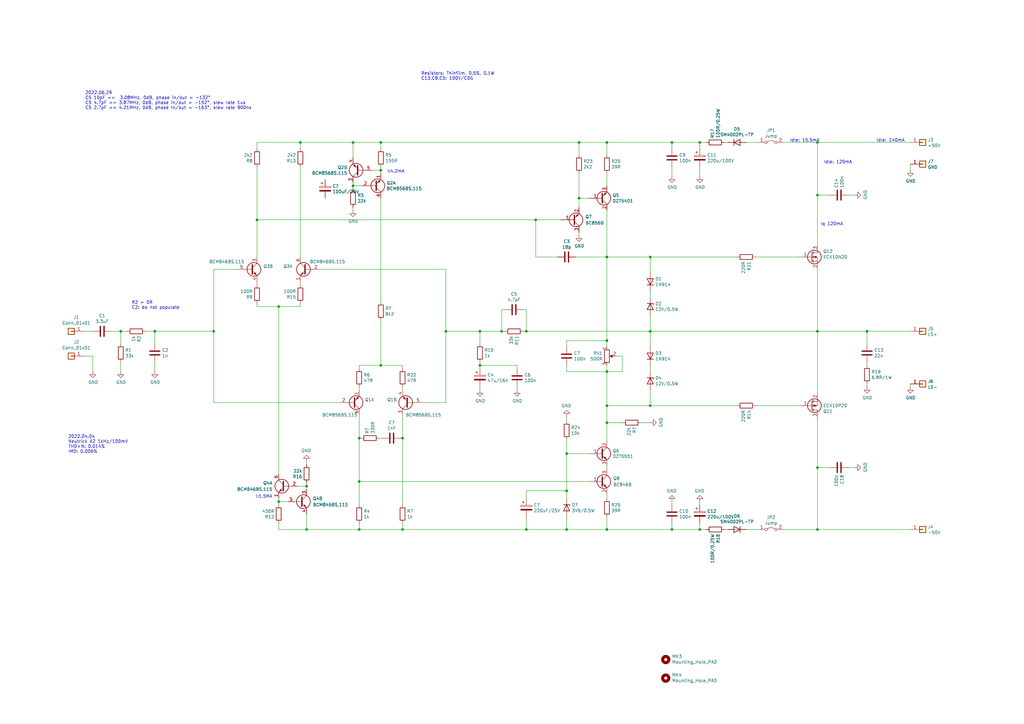
<source format=kicad_sch>
(kicad_sch (version 20211123) (generator eeschema)
  (paper "A3")
  (title_block (title "Lateral MOS FET 80W") (date "2022-07-17") (rev "V3-Cresendo"))
  (lib_symbols
    (symbol "Connector_Generic:Conn_01x01" (pin_names (offset 1.016) hide)
      (property "Reference" "J" (at 0 2.54 0))
      (property "Value" "Conn_01x01" (at 0 -2.54 0))
      (symbol "Conn_01x01_1_1"
        (rectangle (start -1.27 0.127) (end 0 -0.127) (stroke (width 0.1524)))
        (rectangle (start -1.27 1.27) (end 1.27 -1.27) (stroke (width 0.254)) (fill (type background)))
        (pin passive line (at -5.08 0 0) (length 3.81) (name "Pin_1") (number "1"))
      )
    )
    (symbol "Device:C" (pin_numbers hide) (pin_names (offset 0.254))
      (property "Reference" "C" (at 0.635 2.54 0))
      (property "Value" "C" (at 0.635 -2.54 0))
      (symbol "C_0_1"
        (polyline (pts (xy -2.032 -0.762) (xy 2.032 -0.762)) (stroke (width 0.508)))
        (polyline (pts (xy -2.032 0.762) (xy 2.032 0.762)) (stroke (width 0.508)))
      )
      (symbol "C_1_1"
        (pin passive line (at 0 3.81 270) (length 2.794) (name "~") (number "1"))
        (pin passive line (at 0 -3.81 90) (length 2.794) (name "~") (number "2"))
      )
    )
    (symbol "Device:CP" (pin_numbers hide) (pin_names (offset 0.254))
      (property "Reference" "C" (at 0.635 2.54 0))
      (property "Value" "Device_CP" (at 0.635 -2.54 0))
      (symbol "CP_0_1"
        (rectangle (start -2.286 0.508) (end 2.286 1.016))
        (polyline (pts (xy -1.778 2.286) (xy -0.762 2.286)))
        (polyline (pts (xy -1.27 2.794) (xy -1.27 1.778)))
        (rectangle (start 2.286 -0.508) (end -2.286 -1.016) (fill (type outline)))
      )
      (symbol "CP_1_1"
        (pin passive line (at 0 3.81 270) (length 2.794) (name "~") (number "1"))
        (pin passive line (at 0 -3.81 90) (length 2.794) (name "~") (number "2"))
      )
    )
    (symbol "Device:R" (pin_numbers hide) (pin_names (offset 0))
      (property "Reference" "R" (at 2.032 0 90))
      (property "Value" "R" (at 0 0 90))
      (symbol "R_0_1"
        (rectangle (start -1.016 -2.54) (end 1.016 2.54) (stroke (width 0.254)))
      )
      (symbol "R_1_1"
        (pin passive line (at 0 3.81 270) (length 1.27) (name "~") (number "1"))
        (pin passive line (at 0 -3.81 90) (length 1.27) (name "~") (number "2"))
      )
    )
    (symbol "Device:R_POT" (pin_names (offset 1.016) hide)
      (property "Reference" "RV" (at -4.445 0 90))
      (property "Value" "Device_R_POT" (at -2.54 0 90))
      (symbol "R_POT_0_1"
        (polyline (pts (xy 2.54 0) (xy 1.524 0)))
        (polyline (pts (xy 1.143 0) (xy 2.286 0.508) (xy 2.286 -0.508) (xy 1.143 0)) (fill (type outline)))
        (rectangle (start 1.016 2.54) (end -1.016 -2.54) (stroke (width 0.254)))
      )
      (symbol "R_POT_1_1"
        (pin passive line (at 0 3.81 270) (length 1.27) (name "1") (number "1"))
        (pin passive line (at 3.81 0 180) (length 1.27) (name "2") (number "2"))
        (pin passive line (at 0 -3.81 90) (length 1.27) (name "3") (number "3"))
      )
    )
    (symbol "Diode:1N4002" (pin_numbers hide) (pin_names (offset 1.016) hide)
      (property "Reference" "D" (at 0 2.54 0))
      (property "Value" "1N4002" (at 0 -2.54 0))
      (symbol "1N4002_0_1"
        (polyline (pts (xy -1.27 1.27) (xy -1.27 -1.27)) (stroke (width 0.254)))
        (polyline (pts (xy 1.27 0) (xy -1.27 0)))
        (polyline (pts (xy 1.27 1.27) (xy 1.27 -1.27) (xy -1.27 0) (xy 1.27 1.27)) (stroke (width 0.254)))
      )
      (symbol "1N4002_1_1"
        (pin passive line (at -3.81 0 0) (length 2.54) (name "K") (number "1"))
        (pin passive line (at 3.81 0 180) (length 2.54) (name "A") (number "2"))
      )
    )
    (symbol "Diode:1N4148" (pin_numbers hide) (pin_names (offset 1.016) hide)
      (property "Reference" "D" (at 0 2.54 0))
      (property "Value" "1N4148" (at 0 -2.54 0))
      (symbol "1N4148_0_1"
        (polyline (pts (xy -1.27 1.27) (xy -1.27 -1.27)) (stroke (width 0.254)))
        (polyline (pts (xy 1.27 0) (xy -1.27 0)))
        (polyline (pts (xy 1.27 1.27) (xy 1.27 -1.27) (xy -1.27 0) (xy 1.27 1.27)) (stroke (width 0.254)))
      )
      (symbol "1N4148_1_1"
        (pin passive line (at -3.81 0 0) (length 2.54) (name "K") (number "1"))
        (pin passive line (at 3.81 0 180) (length 2.54) (name "A") (number "2"))
      )
    )
    (symbol "Diode:ZPDxx" (pin_numbers hide) (pin_names (offset 1.016) hide)
      (property "Reference" "D" (at 0 2.54 0))
      (property "Value" "ZPDxx" (at 0 -2.54 0))
      (symbol "ZPDxx_0_1"
        (polyline (pts (xy 1.27 0) (xy -1.27 0)))
        (polyline (pts (xy -1.27 -1.27) (xy -1.27 1.27) (xy -0.762 1.27)) (stroke (width 0.254)))
        (polyline (pts (xy 1.27 -1.27) (xy 1.27 1.27) (xy -1.27 0) (xy 1.27 -1.27)) (stroke (width 0.254)))
      )
      (symbol "ZPDxx_1_1"
        (pin passive line (at -3.81 0 0) (length 2.54) (name "K") (number "1"))
        (pin passive line (at 3.81 0 180) (length 2.54) (name "A") (number "2"))
      )
    )
    (symbol "Jumper:Jumper_2_Bridged" (pin_names (offset 0) hide)
      (property "Reference" "JP" (at 0 1.905 0))
      (property "Value" "Jumper_2_Bridged" (at 0 -2.54 0))
      (symbol "Jumper_2_Bridged_0_0"
        (circle (center -2.032 0) (radius 0.508))
        (circle (center 2.032 0) (radius 0.508))
      )
      (symbol "Jumper_2_Bridged_0_1"
        (arc (start 1.524 0.254) (mid 0 0.762) (end -1.524 0.254))
      )
      (symbol "Jumper_2_Bridged_1_1"
        (pin passive line (at -5.08 0 0) (length 2.54) (name "A") (number "1"))
        (pin passive line (at 5.08 0 180) (length 2.54) (name "B") (number "2"))
      )
    )
    (symbol "Mechanical:MountingHole" (pin_names (offset 1.016))
      (property "Reference" "H" (at 0 5.08 0))
      (property "Value" "MountingHole" (at 0 3.175 0))
      (symbol "MountingHole_0_1"
        (circle (center 0 0) (radius 1.27) (stroke (width 1.27)))
      )
    )
    (symbol "Transistor_BJT:BC846" (pin_names (offset 0) hide)
      (property "Reference" "Q" (at 5.08 1.905 0))
      (property "Value" "BC846" (at 5.08 0 0))
      (symbol "BC846_0_1"
        (polyline (pts (xy 0.635 0.635) (xy 2.54 2.54)))
        (polyline (pts (xy 0.635 -0.635) (xy 2.54 -2.54) (xy 2.54 -2.54)))
        (polyline (pts (xy 0.635 1.905) (xy 0.635 -1.905) (xy 0.635 -1.905)) (stroke (width 0.508)))
        (polyline (pts (xy 1.27 -1.778) (xy 1.778 -1.27) (xy 2.286 -2.286) (xy 1.27 -1.778) (xy 1.27 -1.778)) (fill (type outline)))
        (circle (center 1.27 0) (radius 2.8194) (stroke (width 0.254)))
      )
      (symbol "BC846_1_1"
        (pin input line (at -5.08 0 0) (length 5.715) (name "B") (number "1"))
        (pin passive line (at 2.54 -5.08 90) (length 2.54) (name "E") (number "2"))
        (pin passive line (at 2.54 5.08 270) (length 2.54) (name "C") (number "3"))
      )
    )
    (symbol "Transistor_BJT:BC846BDW1" (pin_names (offset 0) hide)
      (property "Reference" "Q" (at 5.08 1.27 0))
      (property "Value" "BC846BDW1" (at 5.08 -1.27 0))
      (symbol "BC846BDW1_0_1"
        (polyline (pts (xy 0.635 0) (xy -2.54 0)))
        (polyline (pts (xy 0.635 0.635) (xy 2.54 2.54)))
        (polyline (pts (xy 0.635 -0.635) (xy 2.54 -2.54) (xy 2.54 -2.54)))
        (polyline (pts (xy 0.635 1.905) (xy 0.635 -1.905) (xy 0.635 -1.905)) (stroke (width 0.508)))
        (polyline (pts (xy 1.27 -1.778) (xy 1.778 -1.27) (xy 2.286 -2.286) (xy 1.27 -1.778) (xy 1.27 -1.778)) (fill (type outline)))
        (circle (center 1.27 0) (radius 2.8194) (stroke (width 0.254)))
      )
      (symbol "BC846BDW1_1_1"
        (pin passive line (at 2.54 -5.08 90) (length 2.54) (name "E1") (number "1"))
        (pin input line (at -5.08 0 0) (length 2.54) (name "B1") (number "2"))
        (pin passive line (at 2.54 5.08 270) (length 2.54) (name "C1") (number "6"))
      )
      (symbol "BC846BDW1_2_1"
        (pin passive line (at 2.54 5.08 270) (length 2.54) (name "C2") (number "3"))
        (pin passive line (at 2.54 -5.08 90) (length 2.54) (name "E2") (number "4"))
        (pin input line (at -5.08 0 0) (length 2.54) (name "B2") (number "5"))
      )
    )
    (symbol "Transistor_BJT:BC856" (pin_names (offset 0) hide)
      (property "Reference" "Q" (at 5.08 1.905 0))
      (property "Value" "BC856" (at 5.08 0 0))
      (symbol "BC856_0_1"
        (polyline (pts (xy 0.635 0.635) (xy 2.54 2.54)))
        (polyline (pts (xy 0.635 -0.635) (xy 2.54 -2.54) (xy 2.54 -2.54)))
        (polyline (pts (xy 0.635 1.905) (xy 0.635 -1.905) (xy 0.635 -1.905)) (stroke (width 0.508)))
        (polyline (pts (xy 2.286 -1.778) (xy 1.778 -2.286) (xy 1.27 -1.27) (xy 2.286 -1.778) (xy 2.286 -1.778)) (fill (type outline)))
        (circle (center 1.27 0) (radius 2.8194) (stroke (width 0.254)))
      )
      (symbol "BC856_1_1"
        (pin input line (at -5.08 0 0) (length 5.715) (name "B") (number "1"))
        (pin passive line (at 2.54 -5.08 90) (length 2.54) (name "E") (number "2"))
        (pin passive line (at 2.54 5.08 270) (length 2.54) (name "C") (number "3"))
      )
    )
    (symbol "Transistor_BJT:BC856BS" (pin_names (offset 0) hide)
      (property "Reference" "Q" (at 5.08 1.27 0))
      (property "Value" "BC856BS" (at 5.08 -1.27 0))
      (symbol "BC856BS_0_1"
        (polyline (pts (xy 0.635 0) (xy -2.54 0)))
        (polyline (pts (xy 0.635 0.635) (xy 2.54 2.54)))
        (polyline (pts (xy 0.635 -0.635) (xy 2.54 -2.54) (xy 2.54 -2.54)))
        (polyline (pts (xy 0.635 1.905) (xy 0.635 -1.905) (xy 0.635 -1.905)) (stroke (width 0.508)))
        (polyline (pts (xy 2.286 -1.778) (xy 1.778 -2.286) (xy 1.27 -1.27) (xy 2.286 -1.778) (xy 2.286 -1.778)) (fill (type outline)))
        (circle (center 1.27 0) (radius 2.8194) (stroke (width 0.254)))
      )
      (symbol "BC856BS_1_1"
        (pin passive line (at 2.54 -5.08 90) (length 2.54) (name "E1") (number "1"))
        (pin input line (at -5.08 0 0) (length 2.54) (name "B1") (number "2"))
        (pin passive line (at 2.54 5.08 270) (length 2.54) (name "C1") (number "6"))
      )
      (symbol "BC856BS_2_1"
        (pin passive line (at 2.54 5.08 270) (length 2.54) (name "C2") (number "3"))
        (pin passive line (at 2.54 -5.08 90) (length 2.54) (name "E2") (number "4"))
        (pin input line (at -5.08 0 0) (length 2.54) (name "B2") (number "5"))
      )
    )
    (symbol "kicad-snk:DZT5401" (pin_names (offset 0) hide)
      (property "Reference" "Q" (at 5.08 1.905 0))
      (property "Value" "kicad-snk_DZT5401" (at 5.08 0 0))
      (symbol "DZT5401_0_1"
        (polyline (pts (xy 0.635 0.635) (xy 2.54 2.54)))
        (polyline (pts (xy 0.635 -0.635) (xy 2.54 -2.54) (xy 2.54 -2.54)))
        (polyline (pts (xy 0.635 1.905) (xy 0.635 -1.905) (xy 0.635 -1.905)) (stroke (width 0.508)))
        (polyline (pts (xy 2.286 -1.778) (xy 1.778 -2.286) (xy 1.27 -1.27) (xy 2.286 -1.778) (xy 2.286 -1.778)) (fill (type outline)))
        (circle (center 1.27 0) (radius 2.8194) (stroke (width 0.254)))
      )
      (symbol "DZT5401_1_1"
        (pin input line (at -5.08 0 0) (length 5.715) (name "B") (number "1"))
        (pin passive line (at 2.54 5.08 270) (length 2.54) (name "C") (number "2"))
        (pin passive line (at 2.54 -5.08 90) (length 2.54) (name "E") (number "3"))
      )
    )
    (symbol "kicad-snk:DZT5551" (pin_names (offset 0) hide)
      (property "Reference" "Q" (at 5.08 1.905 0))
      (property "Value" "kicad-snk_DZT5551" (at 5.08 0 0))
      (symbol "DZT5551_0_1"
        (polyline (pts (xy 0.635 0.635) (xy 2.54 2.54)))
        (polyline (pts (xy 0.635 -0.635) (xy 2.54 -2.54) (xy 2.54 -2.54)))
        (polyline (pts (xy 0.635 1.905) (xy 0.635 -1.905) (xy 0.635 -1.905)) (stroke (width 0.508)))
        (polyline (pts (xy 1.27 -1.778) (xy 1.778 -1.27) (xy 2.286 -2.286) (xy 1.27 -1.778) (xy 1.27 -1.778)) (fill (type outline)))
        (circle (center 1.27 0) (radius 2.8194) (stroke (width 0.254)))
      )
      (symbol "DZT5551_1_1"
        (pin input line (at -5.08 0 0) (length 5.715) (name "B") (number "1"))
        (pin passive line (at 2.54 5.08 270) (length 2.54) (name "C") (number "2"))
        (pin passive line (at 2.54 -5.08 90) (length 2.54) (name "E") (number "3"))
      )
    )
    (symbol "kicad-snk:Q_NMOS_GSD" (pin_names (offset 0) hide)
      (property "Reference" "Q" (at 7.62 1.27 0))
      (property "Value" "kicad-snk_Q_NMOS_GSD" (at 16.51 -1.27 0))
      (symbol "Q_NMOS_GSD_0_1"
        (polyline (pts (xy 0.762 -1.778) (xy 2.54 -1.778)))
        (polyline (pts (xy 0.762 -1.27) (xy 0.762 -2.286)) (stroke (width 0.254)))
        (polyline (pts (xy 0.762 0) (xy 2.54 0)))
        (polyline (pts (xy 0.762 0.508) (xy 0.762 -0.508)) (stroke (width 0.254)))
        (polyline (pts (xy 0.762 1.778) (xy 2.54 1.778)))
        (polyline (pts (xy 0.762 2.286) (xy 0.762 1.27)) (stroke (width 0.254)))
        (polyline (pts (xy 2.54 -1.778) (xy 2.54 -2.54)))
        (polyline (pts (xy 2.54 -1.778) (xy 2.54 0)))
        (polyline (pts (xy 2.54 2.54) (xy 2.54 1.778)))
        (polyline (pts (xy 0.254 1.905) (xy 0.254 -1.905) (xy 0.254 -1.905)) (stroke (width 0.254)))
        (polyline (pts (xy 1.016 0) (xy 2.032 0.381) (xy 2.032 -0.381) (xy 1.016 0)) (fill (type outline)))
        (circle (center 1.27 0) (radius 2.8194) (stroke (width 0.254)))
      )
      (symbol "Q_NMOS_GSD_1_1"
        (pin input line (at -5.08 0 0) (length 5.334) (name "G") (number "1"))
        (pin passive line (at 2.54 -5.08 90) (length 2.54) (name "S") (number "2"))
        (pin passive line (at 2.54 5.08 270) (length 2.54) (name "D") (number "3"))
      )
    )
    (symbol "kicad-snk:Q_PMOS_GSD" (pin_names (offset 0) hide)
      (property "Reference" "Q" (at 7.62 1.27 0))
      (property "Value" "kicad-snk_Q_PMOS_GSD" (at 16.51 -1.27 0))
      (symbol "Q_PMOS_GSD_0_1"
        (polyline (pts (xy 0.762 -1.778) (xy 2.54 -1.778)))
        (polyline (pts (xy 0.762 -1.27) (xy 0.762 -2.286)) (stroke (width 0.254)))
        (polyline (pts (xy 0.762 0) (xy 2.54 0)))
        (polyline (pts (xy 0.762 0.508) (xy 0.762 -0.508)) (stroke (width 0.254)))
        (polyline (pts (xy 0.762 1.778) (xy 2.54 1.778)))
        (polyline (pts (xy 0.762 2.286) (xy 0.762 1.27)) (stroke (width 0.254)))
        (polyline (pts (xy 2.54 -1.778) (xy 2.54 -2.54)))
        (polyline (pts (xy 2.54 -1.778) (xy 2.54 0)))
        (polyline (pts (xy 2.54 2.54) (xy 2.54 1.778)))
        (polyline (pts (xy 0.254 1.905) (xy 0.254 -1.905) (xy 0.254 -1.905)) (stroke (width 0.254)))
        (polyline (pts (xy 2.286 0) (xy 1.27 -0.381) (xy 1.27 0.381) (xy 2.286 0)) (fill (type outline)))
        (circle (center 1.27 0) (radius 2.8194) (stroke (width 0.254)))
      )
      (symbol "Q_PMOS_GSD_1_1"
        (pin input line (at -5.08 0 0) (length 5.334) (name "G") (number "1"))
        (pin passive line (at 2.54 -5.08 90) (length 2.54) (name "D") (number "2"))
        (pin passive line (at 2.54 5.08 270) (length 2.54) (name "S") (number "3"))
      )
    )
    (symbol "power:GND" (power) (pin_names (offset 0))
      (property "Value" "GND" (at 0 -3.81 0))
      (symbol "GND_0_1"
        (polyline (pts (xy 0 0) (xy 0 -1.27) (xy 1.27 -1.27) (xy 0 -2.54) (xy -1.27 -1.27) (xy 0 -1.27)))
      )
      (symbol "GND_1_1"
        (pin power_in line (at 0 0 270) (length 0) hide (name "GND") (number "1"))
      )
    )
  )
  (junction (at 248.92 58.42))
  (junction (at 266.7 166.37))
  (junction (at 266.7 105.41))
  (junction (at 266.7 135.89))
  (junction (at 335.28 217.17))
  (junction (at 355.6 135.89))
  (junction (at 87.63 135.89))
  (junction (at 114.3 205.74))
  (junction (at 63.5 135.89))
  (junction (at 248.92 217.17))
  (junction (at 248.92 139.7))
  (junction (at 147.32 197.485))
  (junction (at 237.49 58.42))
  (junction (at 248.92 105.41))
  (junction (at 232.41 186.055))
  (junction (at 147.32 217.17))
  (junction (at 49.53 135.89))
  (junction (at 156.21 58.42))
  (junction (at 232.41 217.17))
  (junction (at 105.41 90.17))
  (junction (at 248.92 152.4))
  (junction (at 275.59 58.42))
  (junction (at 275.59 217.17))
  (junction (at 125.73 217.17))
  (junction (at 125.73 199.39))
  (junction (at 335.28 191.77))
  (junction (at 287.02 58.42))
  (junction (at 196.85 135.89))
  (junction (at 182.88 135.89))
  (junction (at 165.1 217.17))
  (junction (at 156.21 149.86))
  (junction (at 215.9 135.89))
  (junction (at 205.74 135.89))
  (junction (at 335.28 135.89))
  (junction (at 156.21 69.85))
  (junction (at 114.3 125.73))
  (junction (at 232.41 201.295))
  (junction (at 147.32 179.705))
  (junction (at 144.78 76.2))
  (junction (at 215.9 217.17))
  (junction (at 123.19 58.42))
  (junction (at 165.1 179.705))
  (junction (at 144.78 58.42))
  (junction (at 248.92 173.355))
  (junction (at 237.49 81.28))
  (junction (at 248.92 166.37))
  (junction (at 196.85 149.86))
  (junction (at 287.02 217.17))
  (junction (at 335.28 80.01))
  (junction (at 335.28 58.42))
  (junction (at 219.71 90.17))
  (wire (pts (xy 38.1 146.05) (xy 34.29 146.05)))
  (wire (pts (xy 255.27 152.4) (xy 255.27 146.05)))
  (wire (pts (xy 205.74 127) (xy 205.74 135.89)))
  (wire (pts (xy 219.71 105.41) (xy 219.71 90.17)))
  (wire (pts (xy 156.21 149.86) (xy 165.1 149.86)))
  (wire (pts (xy 123.19 116.84) (xy 123.19 115.57)))
  (wire (pts (xy 212.09 149.86) (xy 196.85 149.86)))
  (wire (pts (xy 335.28 217.17) (xy 335.28 191.77)))
  (wire (pts (xy 248.92 166.37) (xy 266.7 166.37)))
  (wire (pts (xy 207.01 127) (xy 205.74 127)))
  (wire (pts (xy 212.09 151.13) (xy 212.09 149.86)))
  (wire (pts (xy 165.1 170.18) (xy 165.1 179.705)))
  (wire (pts (xy 266.7 111.76) (xy 266.7 105.41)))
  (wire (pts (xy 237.49 85.09) (xy 237.49 81.28)))
  (wire (pts (xy 275.59 58.42) (xy 275.59 60.96)))
  (wire (pts (xy 125.73 199.39) (xy 121.92 199.39)))
  (wire (pts (xy 165.1 179.705) (xy 165.1 207.01)))
  (wire (pts (xy 34.29 135.89) (xy 38.1 135.89)))
  (wire (pts (xy 152.4 69.85) (xy 156.21 69.85)))
  (wire (pts (xy 266.7 129.54) (xy 266.7 135.89)))
  (wire (pts (xy 275.59 68.58) (xy 275.59 72.39)))
  (wire (pts (xy 340.36 80.01) (xy 335.28 80.01)))
  (wire (pts (xy 340.36 191.77) (xy 335.28 191.77)))
  (wire (pts (xy 248.92 217.17) (xy 275.59 217.17)))
  (wire (pts (xy 125.73 217.17) (xy 147.32 217.17)))
  (wire (pts (xy 144.78 76.2) (xy 148.59 76.2)))
  (wire (pts (xy 63.5 135.89) (xy 87.63 135.89)))
  (wire (pts (xy 287.02 58.42) (xy 287.02 60.96)))
  (wire (pts (xy 123.19 60.96) (xy 123.19 58.42)))
  (wire (pts (xy 335.28 100.33) (xy 335.28 80.01)))
  (wire (pts (xy 321.31 58.42) (xy 335.28 58.42)))
  (wire (pts (xy 139.7 165.1) (xy 87.63 165.1)))
  (wire (pts (xy 196.85 149.86) (xy 196.85 148.59)))
  (wire (pts (xy 105.41 90.17) (xy 105.41 68.58)))
  (wire (pts (xy 248.92 191.135) (xy 248.92 192.405)))
  (wire (pts (xy 248.92 152.4) (xy 255.27 152.4)))
  (wire (pts (xy 335.28 110.49) (xy 335.28 135.89)))
  (wire (pts (xy 147.32 170.18) (xy 147.32 179.705)))
  (wire (pts (xy 248.92 58.42) (xy 237.49 58.42)))
  (wire (pts (xy 156.21 81.28) (xy 156.21 123.825)))
  (wire (pts (xy 298.45 58.42) (xy 297.18 58.42)))
  (wire (pts (xy 105.41 60.96) (xy 105.41 58.42)))
  (wire (pts (xy 63.5 140.97) (xy 63.5 135.89)))
  (wire (pts (xy 309.88 166.37) (xy 327.66 166.37)))
  (wire (pts (xy 165.1 217.17) (xy 215.9 217.17)))
  (wire (pts (xy 105.41 124.46) (xy 105.41 125.73)))
  (wire (pts (xy 105.41 105.41) (xy 105.41 90.17)))
  (wire (pts (xy 232.41 180.34) (xy 232.41 186.055)))
  (wire (pts (xy 147.32 197.485) (xy 241.3 197.485)))
  (wire (pts (xy 248.92 152.4) (xy 248.92 166.37)))
  (wire (pts (xy 266.7 160.02) (xy 266.7 166.37)))
  (wire (pts (xy 147.32 179.705) (xy 147.32 197.485)))
  (wire (pts (xy 219.71 90.17) (xy 229.87 90.17)))
  (wire (pts (xy 165.1 158.75) (xy 165.1 160.02)))
  (wire (pts (xy 156.21 131.445) (xy 156.21 149.86)))
  (wire (pts (xy 373.38 67.31) (xy 373.38 69.85)))
  (wire (pts (xy 248.92 142.24) (xy 248.92 139.7)))
  (wire (pts (xy 125.73 190.5) (xy 125.73 189.23)))
  (wire (pts (xy 144.78 74.93) (xy 144.78 76.2)))
  (wire (pts (xy 156.21 58.42) (xy 144.78 58.42)))
  (wire (pts (xy 335.28 80.01) (xy 335.28 58.42)))
  (wire (pts (xy 123.19 58.42) (xy 105.41 58.42)))
  (wire (pts (xy 248.92 149.86) (xy 248.92 152.4)))
  (wire (pts (xy 144.78 58.42) (xy 144.78 64.77)))
  (wire (pts (xy 248.92 76.2) (xy 248.92 71.12)))
  (wire (pts (xy 182.88 110.49) (xy 182.88 135.89)))
  (wire (pts (xy 105.41 90.17) (xy 219.71 90.17)))
  (wire (pts (xy 335.28 171.45) (xy 335.28 191.77)))
  (wire (pts (xy 266.7 105.41) (xy 302.26 105.41)))
  (wire (pts (xy 355.6 140.97) (xy 355.6 135.89)))
  (wire (pts (xy 63.5 152.4) (xy 63.5 148.59)))
  (wire (pts (xy 49.53 152.4) (xy 49.53 148.59)))
  (wire (pts (xy 232.41 217.17) (xy 248.92 217.17)))
  (wire (pts (xy 355.6 158.75) (xy 355.6 157.48)))
  (wire (pts (xy 237.49 58.42) (xy 237.49 63.5)))
  (wire (pts (xy 147.32 158.75) (xy 147.32 160.02)))
  (wire (pts (xy 237.49 71.12) (xy 237.49 81.28)))
  (wire (pts (xy 248.92 217.17) (xy 248.92 212.09)))
  (wire (pts (xy 125.73 199.39) (xy 125.73 198.12)))
  (wire (pts (xy 147.32 197.485) (xy 147.32 207.01)))
  (wire (pts (xy 232.41 186.055) (xy 232.41 201.295)))
  (wire (pts (xy 232.41 142.24) (xy 232.41 139.7)))
  (wire (pts (xy 248.92 173.355) (xy 248.92 180.975)))
  (wire (pts (xy 125.73 200.66) (xy 125.73 199.39)))
  (wire (pts (xy 248.92 173.355) (xy 255.27 173.355)))
  (wire (pts (xy 147.32 149.86) (xy 156.21 149.86)))
  (wire (pts (xy 309.88 105.41) (xy 327.66 105.41)))
  (wire (pts (xy 350.52 80.01) (xy 347.98 80.01)))
  (wire (pts (xy 147.32 214.63) (xy 147.32 217.17)))
  (wire (pts (xy 287.02 217.17) (xy 275.59 217.17)))
  (wire (pts (xy 215.9 135.89) (xy 215.9 127)))
  (wire (pts (xy 105.41 125.73) (xy 114.3 125.73)))
  (wire (pts (xy 237.49 95.25) (xy 237.49 96.52)))
  (wire (pts (xy 287.02 214.63) (xy 287.02 217.17)))
  (wire (pts (xy 156.21 58.42) (xy 156.21 60.96)))
  (wire (pts (xy 232.41 186.055) (xy 241.3 186.055)))
  (wire (pts (xy 196.85 135.89) (xy 196.85 140.97)))
  (wire (pts (xy 114.3 205.74) (xy 114.3 204.47)))
  (wire (pts (xy 355.6 149.86) (xy 355.6 148.59)))
  (wire (pts (xy 182.88 110.49) (xy 130.81 110.49)))
  (wire (pts (xy 215.9 217.17) (xy 232.41 217.17)))
  (wire (pts (xy 114.3 125.73) (xy 114.3 194.31)))
  (wire (pts (xy 172.72 165.1) (xy 182.88 165.1)))
  (wire (pts (xy 144.78 85.09) (xy 144.78 86.36)))
  (wire (pts (xy 196.85 151.13) (xy 196.85 149.86)))
  (wire (pts (xy 155.575 179.705) (xy 156.845 179.705)))
  (wire (pts (xy 212.09 160.02) (xy 212.09 158.75)))
  (wire (pts (xy 335.28 58.42) (xy 373.38 58.42)))
  (wire (pts (xy 164.465 179.705) (xy 165.1 179.705)))
  (wire (pts (xy 49.53 140.97) (xy 49.53 135.89)))
  (wire (pts (xy 165.1 151.13) (xy 165.1 149.86)))
  (wire (pts (xy 215.9 212.09) (xy 215.9 217.17)))
  (wire (pts (xy 373.38 135.89) (xy 355.6 135.89)))
  (wire (pts (xy 289.56 58.42) (xy 287.02 58.42)))
  (wire (pts (xy 232.41 149.86) (xy 232.41 152.4)))
  (wire (pts (xy 123.19 58.42) (xy 144.78 58.42)))
  (wire (pts (xy 248.92 58.42) (xy 248.92 63.5)))
  (wire (pts (xy 215.9 135.89) (xy 266.7 135.89)))
  (wire (pts (xy 165.1 214.63) (xy 165.1 217.17)))
  (wire (pts (xy 287.02 68.58) (xy 287.02 72.39)))
  (wire (pts (xy 262.89 173.355) (xy 266.7 173.355)))
  (wire (pts (xy 147.32 149.86) (xy 147.32 151.13)))
  (wire (pts (xy 355.6 135.89) (xy 335.28 135.89)))
  (wire (pts (xy 45.72 135.89) (xy 49.53 135.89)))
  (wire (pts (xy 266.7 152.4) (xy 266.7 149.86)))
  (wire (pts (xy 105.41 116.84) (xy 105.41 115.57)))
  (wire (pts (xy 87.63 135.89) (xy 87.63 110.49)))
  (wire (pts (xy 248.92 166.37) (xy 248.92 173.355)))
  (wire (pts (xy 87.63 165.1) (xy 87.63 135.89)))
  (wire (pts (xy 275.59 207.01) (xy 275.59 205.74)))
  (wire (pts (xy 196.85 160.02) (xy 196.85 158.75)))
  (wire (pts (xy 63.5 135.89) (xy 59.69 135.89)))
  (wire (pts (xy 350.52 191.77) (xy 347.98 191.77)))
  (wire (pts (xy 248.92 105.41) (xy 248.92 86.36)))
  (wire (pts (xy 182.88 135.89) (xy 182.88 165.1)))
  (wire (pts (xy 232.41 152.4) (xy 248.92 152.4)))
  (wire (pts (xy 156.21 68.58) (xy 156.21 69.85)))
  (wire (pts (xy 252.73 146.05) (xy 255.27 146.05)))
  (wire (pts (xy 248.92 139.7) (xy 248.92 105.41)))
  (wire (pts (xy 114.3 207.01) (xy 114.3 205.74)))
  (wire (pts (xy 266.7 166.37) (xy 302.26 166.37)))
  (wire (pts (xy 306.07 217.17) (xy 311.15 217.17)))
  (wire (pts (xy 298.45 217.17) (xy 297.18 217.17)))
  (wire (pts (xy 335.28 217.17) (xy 373.38 217.17)))
  (wire (pts (xy 123.19 125.73) (xy 123.19 124.46)))
  (wire (pts (xy 147.32 217.17) (xy 165.1 217.17)))
  (wire (pts (xy 287.02 205.74) (xy 287.02 207.01)))
  (wire (pts (xy 125.73 217.17) (xy 125.73 210.82)))
  (wire (pts (xy 147.32 179.705) (xy 147.955 179.705)))
  (wire (pts (xy 248.92 105.41) (xy 266.7 105.41)))
  (wire (pts (xy 232.41 212.09) (xy 232.41 217.17)))
  (wire (pts (xy 87.63 110.49) (xy 97.79 110.49)))
  (wire (pts (xy 232.41 170.815) (xy 232.41 172.72)))
  (wire (pts (xy 215.9 201.295) (xy 232.41 201.295)))
  (wire (pts (xy 266.7 142.24) (xy 266.7 135.89)))
  (wire (pts (xy 321.31 217.17) (xy 335.28 217.17)))
  (wire (pts (xy 114.3 217.17) (xy 125.73 217.17)))
  (wire (pts (xy 236.22 105.41) (xy 248.92 105.41)))
  (wire (pts (xy 52.07 135.89) (xy 49.53 135.89)))
  (wire (pts (xy 232.41 201.295) (xy 232.41 204.47)))
  (wire (pts (xy 38.1 152.4) (xy 38.1 146.05)))
  (wire (pts (xy 205.74 135.89) (xy 196.85 135.89)))
  (wire (pts (xy 214.63 135.89) (xy 215.9 135.89)))
  (wire (pts (xy 207.01 135.89) (xy 205.74 135.89)))
  (wire (pts (xy 215.9 127) (xy 214.63 127)))
  (wire (pts (xy 182.88 135.89) (xy 196.85 135.89)))
  (wire (pts (xy 144.78 76.2) (xy 144.78 77.47)))
  (wire (pts (xy 232.41 139.7) (xy 248.92 139.7)))
  (wire (pts (xy 156.21 69.85) (xy 156.21 71.12)))
  (wire (pts (xy 248.92 202.565) (xy 248.92 204.47)))
  (wire (pts (xy 275.59 214.63) (xy 275.59 217.17)))
  (wire (pts (xy 118.11 205.74) (xy 114.3 205.74)))
  (wire (pts (xy 275.59 58.42) (xy 248.92 58.42)))
  (wire (pts (xy 306.07 58.42) (xy 311.15 58.42)))
  (wire (pts (xy 228.6 105.41) (xy 219.71 105.41)))
  (wire (pts (xy 266.7 135.89) (xy 335.28 135.89)))
  (wire (pts (xy 156.21 58.42) (xy 237.49 58.42)))
  (wire (pts (xy 266.7 121.92) (xy 266.7 119.38)))
  (wire (pts (xy 287.02 58.42) (xy 275.59 58.42)))
  (wire (pts (xy 123.19 105.41) (xy 123.19 68.58)))
  (wire (pts (xy 289.56 217.17) (xy 287.02 217.17)))
  (wire (pts (xy 237.49 81.28) (xy 241.3 81.28)))
  (wire (pts (xy 335.28 135.89) (xy 335.28 161.29)))
  (wire (pts (xy 114.3 217.17) (xy 114.3 214.63)))
  (wire (pts (xy 373.38 158.75) (xy 373.38 157.48)))
  (wire (pts (xy 114.3 125.73) (xy 123.19 125.73)))
  (wire (pts (xy 215.9 204.47) (xy 215.9 201.295)))
  (text "2022.04.04\nNeutrick A2 1kHz/100mV\nTHD+N: 0.014%\nIMD: 0.006%" (at 27.94 186.055 0) (effects (font (size 1.27 1.27)) (justify left bottom)))
  (text "I:1.5MA" (at 111.76 204.47 180) (effects (font (size 1.27 1.27)) (justify right bottom)))
  (text "Resistors: Thinfilm, 0.5%, 0.1W\nC13,C8,C5: 100V/C0G\n" (at 172.72 33.02 0) (effects (font (size 1.27 1.27)) (justify left bottom)))
  (text "2022.06.29\nC5 10pF =>  3.08MHz, 0dB, phase in/out = -132°\nC5 4.7pF => 3.87MHz, 0dB, phase in/out = -152°, slew rate 1us\nC5 2.7pF => 4.21MHz, 0dB, phase in/out = -163°, slew rate 900ns\n" (at 34.925 45.085 0) (effects (font (size 1.27 1.27)) (justify left bottom)))
  (text "Idle: 120mA" (at 337.82 67.31 0) (effects (font (size 1.27 1.27)) (justify left bottom)))
  (text "Iq 120mA" (at 336.55 92.71 0) (effects (font (size 1.27 1.27)) (justify left bottom)))
  (text "Idle: 15.5mA" (at 323.85 58.42 0) (effects (font (size 1.27 1.27)) (justify left bottom)))
  (text "Idle: 140mA" (at 359.41 58.42 0) (effects (font (size 1.27 1.27)) (justify left bottom)))
  (text "R2 = 0R\nC2: do not populate" (at 53.975 127 0) (effects (font (size 1.27 1.27)) (justify left bottom)))
  (text "I:4.2mA" (at 158.75 71.12 0) (effects (font (size 1.27 1.27)) (justify left bottom)))
  (symbol (lib_id "Device:R") (at 55.88 135.89 270) (unit 1)
    (property "Reference" "R2" (at 57.0484 137.668 0) (effects (justify left)))
    (property "Value" "1k" (at 54.737 137.668 0) (effects (justify left)))
    (property "Footprint" "Resistor_SMD:R_0805_2012Metric_Pad1.20x1.40mm_HandSolder" (effects hide))
  )
  (symbol (lib_id "Device:C") (at 63.5 144.78 0) (unit 1)
    (property "Reference" "C2" (at 66.421 143.6116 0) (effects (justify left)))
    (property "Value" "1n" (at 66.421 145.923 0) (effects (justify left)))
    (property "Footprint" "Capacitor_THT:C_Rect_L7.2mm_W2.5mm_P5.00mm_FKS2_FKP2_MKS2_MKP2" (effects hide))
  )
  (symbol (lib_id "Device:C") (at 41.91 135.89 270) (unit 1)
    (property "Reference" "C1" (at 41.91 129.4892 90))
    (property "Value" "3.3uF" (at 41.91 131.8006 90))
    (property "Footprint" "Capacitor_THT:C_Rect_L7.2mm_W7.2mm_P5.00mm_FKS2_FKP2_MKS2_MKP2" (effects hide))
  )
  (symbol (lib_id "power:GND") (at 49.53 152.4 0) (unit 1)
    (property "Reference" "#PWR0101" (effects hide))
    (property "Value" "GND" (at 49.657 156.7942 0))
  )
  (symbol (lib_id "Device:R") (at 49.53 144.78 0) (unit 1)
    (property "Reference" "R1" (at 51.308 143.6116 0) (effects (justify left)))
    (property "Value" "33k" (at 51.308 145.923 0) (effects (justify left)))
    (property "Footprint" "Resistor_SMD:R_0805_2012Metric_Pad1.20x1.40mm_HandSolder" (effects hide))
  )
  (symbol (lib_id "power:GND") (at 38.1 152.4 0) (unit 1)
    (property "Reference" "#PWR0102" (effects hide))
    (property "Value" "GND" (at 38.227 156.7942 0))
  )
  (symbol (lib_id "Connector_Generic:Conn_01x01") (at 29.21 135.89 180) (unit 1)
    (property "Reference" "J1" (at 31.2928 130.175 0))
    (property "Value" "Conn_01x01" (at 31.2928 132.4864 0))
    (property "Footprint" "Connector_Pin:Pin_D1.0mm_L10.0mm" (effects hide))
  )
  (symbol (lib_id "Connector_Generic:Conn_01x01") (at 29.21 146.05 180) (unit 1)
    (property "Reference" "J2" (at 31.2928 140.335 0))
    (property "Value" "Conn_01x01" (at 31.2928 142.6464 0))
    (property "Footprint" "Connector_Pin:Pin_D1.0mm_L10.0mm" (effects hide))
  )
  (symbol (lib_id "Device:R") (at 147.32 154.94 0) (unit 1)
    (property "Reference" "R6" (at 149.098 153.7716 0) (effects (justify left)))
    (property "Value" "47R" (at 149.098 156.083 0) (effects (justify left)))
    (property "Footprint" "Resistor_SMD:R_0805_2012Metric_Pad1.20x1.40mm_HandSolder" (effects hide))
  )
  (symbol (lib_id "Device:R") (at 144.78 81.28 0) (unit 1)
    (property "Reference" "R3" (at 146.558 80.1116 0) (effects (justify left)))
    (property "Value" "22k" (at 146.558 82.423 0) (effects (justify left)))
    (property "Footprint" "Resistor_SMD:R_0805_2012Metric_Pad1.20x1.40mm_HandSolder" (effects hide))
  )
  (symbol (lib_id "power:GND") (at 144.78 86.36 0) (unit 1)
    (property "Reference" "#PWR0103" (effects hide))
    (property "Value" "GND" (at 144.907 90.7542 0))
  )
  (symbol (lib_id "Device:R") (at 156.21 64.77 0) (unit 1)
    (property "Reference" "R5" (at 157.988 63.6016 0) (effects (justify left)))
    (property "Value" "155R" (at 157.988 65.913 0) (effects (justify left)))
    (property "Footprint" "Resistor_SMD:R_0805_2012Metric_Pad1.20x1.40mm_HandSolder" (effects hide))
  )
  (symbol (lib_id "Device:CP") (at 196.85 154.94 0) (unit 1)
    (property "Reference" "C4" (at 199.8472 153.7716 0) (effects (justify left)))
    (property "Value" "47u/16V" (at 199.8472 156.083 0) (effects (justify left)))
    (property "Footprint" "Capacitor_THT:CP_Radial_D5.0mm_P2.00mm" (effects hide))
  )
  (symbol (lib_id "Device:C") (at 212.09 154.94 0) (unit 1)
    (property "Reference" "C6" (at 215.011 153.7716 0) (effects (justify left)))
    (property "Value" "100n" (at 215.011 156.083 0) (effects (justify left)))
    (property "Footprint" "Capacitor_THT:C_Rect_L7.2mm_W2.5mm_P5.00mm_FKS2_FKP2_MKS2_MKP2" (effects hide))
  )
  (symbol (lib_id "Device:R") (at 196.85 144.78 0) (unit 1)
    (property "Reference" "R10" (at 198.628 143.6116 0) (effects (justify left)))
    (property "Value" "1k" (at 198.628 145.923 0) (effects (justify left)))
    (property "Footprint" "Resistor_SMD:R_0805_2012Metric_Pad1.20x1.40mm_HandSolder" (effects hide))
  )
  (symbol (lib_id "Device:R") (at 165.1 210.82 0) (unit 1)
    (property "Reference" "R7" (at 166.878 209.6516 0) (effects (justify left)))
    (property "Value" "1k" (at 166.878 211.963 0) (effects (justify left)))
    (property "Footprint" "Resistor_SMD:R_0805_2012Metric_Pad1.20x1.40mm_HandSolder" (effects hide))
  )
  (symbol (lib_id "Device:R") (at 147.32 210.82 0) (unit 1)
    (property "Reference" "R4" (at 149.098 209.6516 0) (effects (justify left)))
    (property "Value" "1k" (at 149.098 211.963 0) (effects (justify left)))
    (property "Footprint" "Resistor_SMD:R_0805_2012Metric_Pad1.20x1.40mm_HandSolder" (effects hide))
  )
  (symbol (lib_id "power:GND") (at 63.5 152.4 0) (unit 1)
    (property "Reference" "#PWR0104" (effects hide))
    (property "Value" "GND" (at 63.627 156.7942 0))
  )
  (symbol (lib_id "Device:R") (at 210.82 135.89 270) (unit 1)
    (property "Reference" "R11" (at 211.9884 137.668 0) (effects (justify left)))
    (property "Value" "33k" (at 209.677 137.668 0) (effects (justify left)))
    (property "Footprint" "Resistor_SMD:R_0805_2012Metric_Pad1.20x1.40mm_HandSolder" (effects hide))
  )
  (symbol (lib_id "Device:C") (at 210.82 127 270) (unit 1)
    (property "Reference" "C5" (at 210.82 120.5992 90))
    (property "Value" "4.7pF" (at 210.82 122.9106 90))
    (property "Footprint" "Capacitor_SMD:C_0805_2012Metric_Pad1.18x1.45mm_HandSolder" (effects hide))
  )
  (symbol (lib_id "Connector_Generic:Conn_01x01") (at 378.46 58.42 0) (unit 1)
    (property "Reference" "J3" (at 380.492 57.3532 0) (effects (justify left)))
    (property "Value" "+50V" (at 380.492 59.6646 0) (effects (justify left)))
    (property "Footprint" "kicad-snk:TE-726386-2_Pitch5.08mm_Drill1.3mm" (effects hide))
  )
  (symbol (lib_id "Connector_Generic:Conn_01x01") (at 378.46 217.17 0) (unit 1)
    (property "Reference" "J4" (at 380.492 216.1032 0) (effects (justify left)))
    (property "Value" "-50V" (at 380.492 218.4146 0) (effects (justify left)))
    (property "Footprint" "kicad-snk:TE-726386-2_Pitch5.08mm_Drill1.3mm" (effects hide))
  )
  (symbol (lib_id "power:GND") (at 355.6 158.75 0) (unit 1)
    (property "Reference" "#PWR0109" (effects hide))
    (property "Value" "GND" (at 355.727 163.1442 0))
  )
  (symbol (lib_id "Connector_Generic:Conn_01x01") (at 378.46 157.48 0) (unit 1)
    (property "Reference" "J6" (at 380.492 156.4132 0) (effects (justify left)))
    (property "Value" "LS-" (at 380.492 158.7246 0) (effects (justify left)))
    (property "Footprint" "kicad-snk:TE-726386-2_Pitch5.08mm_Drill1.3mm" (effects hide))
  )
  (symbol (lib_id "Connector_Generic:Conn_01x01") (at 378.46 135.89 0) (unit 1)
    (property "Reference" "J5" (at 380.492 134.8232 0) (effects (justify left)))
    (property "Value" "LS+" (at 380.492 137.1346 0) (effects (justify left)))
    (property "Footprint" "kicad-snk:TE-726386-2_Pitch5.08mm_Drill1.3mm" (effects hide))
  )
  (symbol (lib_id "power:GND") (at 373.38 158.75 0) (unit 1)
    (property "Reference" "#PWR0110" (effects hide))
    (property "Value" "GND" (at 373.507 163.1442 0))
  )
  (symbol (lib_id "Device:R_POT") (at 248.92 146.05 0) (unit 1)
    (property "Reference" "RV1" (at 247.1674 144.8816 0) (effects (justify right)))
    (property "Value" "500R" (at 247.1674 147.193 0) (effects (justify right)))
    (property "Footprint" "Potentiometer_THT:Potentiometer_Bourns_3296W_Vertical" (effects hide))
  )
  (symbol (lib_id "Device:C") (at 232.41 146.05 180) (unit 1)
    (property "Reference" "C7" (at 235.331 144.8816 0) (effects (justify right)))
    (property "Value" "100n" (at 235.331 147.193 0) (effects (justify right)))
    (property "Footprint" "Capacitor_THT:C_Rect_L7.2mm_W2.5mm_P5.00mm_FKS2_FKP2_MKS2_MKP2" (effects hide))
  )
  (symbol (lib_id "Diode:1N4148") (at 266.7 115.57 90) (unit 1)
    (property "Reference" "D1" (at 268.732 114.4016 90) (effects (justify right)))
    (property "Value" "1N914" (at 268.732 116.713 90) (effects (justify right)))
    (property "Footprint" "Diode_SMD:D_SOD-123" (effects hide))
    (property "Datasheet" "https://assets.nexperia.com/documents/data-sheet/1N4148_1N4448.pdf" (effects hide))
  )
  (symbol (lib_id "Diode:ZPDxx") (at 266.7 125.73 270) (unit 1)
    (property "Reference" "D2" (at 268.732 124.5616 90) (effects (justify left)))
    (property "Value" "12V/0.5W" (at 268.732 126.873 90) (effects (justify left)))
    (property "Footprint" "Diode_SMD:D_SOD-123" (effects hide))
    (property "Datasheet" "http://diotec.com/tl_files/diotec/files/pdf/datasheets/zpd1" (effects hide))
  )
  (symbol (lib_id "Diode:1N4148") (at 266.7 146.05 90) (unit 1)
    (property "Reference" "D3" (at 268.732 144.8816 90) (effects (justify right)))
    (property "Value" "1N914" (at 268.732 147.193 90) (effects (justify right)))
    (property "Footprint" "Diode_SMD:D_SOD-123" (effects hide))
    (property "Datasheet" "https://assets.nexperia.com/documents/data-sheet/1N4148_1N4448.pdf" (effects hide))
  )
  (symbol (lib_id "Diode:ZPDxx") (at 266.7 156.21 270) (unit 1)
    (property "Reference" "D4" (at 268.732 155.0416 90) (effects (justify left)))
    (property "Value" "12V/0.5W" (at 268.732 157.353 90) (effects (justify left)))
    (property "Footprint" "Diode_SMD:D_SOD-123" (effects hide))
    (property "Datasheet" "http://diotec.com/tl_files/diotec/files/pdf/datasheets/zpd1" (effects hide))
  )
  (symbol (lib_id "Device:R") (at 306.07 166.37 270) (unit 1)
    (property "Reference" "R14" (at 307.2384 168.148 0) (effects (justify left)))
    (property "Value" "220R" (at 304.927 168.148 0) (effects (justify left)))
    (property "Footprint" "Resistor_SMD:R_0805_2012Metric_Pad1.20x1.40mm_HandSolder" (effects hide))
  )
  (symbol (lib_id "kicad-snk:Q_PMOS_GSD") (at 332.74 166.37 0) (mirror x) (unit 1)
    (property "Reference" "Q11" (at 337.5914 168.6814 0) (effects (justify left)))
    (property "Value" "ECX10P20" (at 337.5914 166.37 0) (effects (justify left)))
    (property "Footprint" "Package_TO_SOT_THT:TO-247-3_Horizontal_TabUp" (effects hide))
  )
  (symbol (lib_id "Connector_Generic:Conn_01x01") (at 378.46 67.31 0) (unit 1)
    (property "Reference" "J7" (at 380.492 66.2432 0) (effects (justify left)))
    (property "Value" "GND" (at 380.492 68.5546 0) (effects (justify left)))
    (property "Footprint" "kicad-snk:TE-726386-2_Pitch5.08mm_Drill1.3mm" (effects hide))
  )
  (symbol (lib_id "Device:R") (at 355.6 153.67 0) (unit 1)
    (property "Reference" "R19" (at 357.378 152.5016 0) (effects (justify left)))
    (property "Value" "6.8R/1W" (at 357.378 154.813 0) (effects (justify left)))
    (property "Footprint" "Resistor_SMD:R_MELF_MMB-0207" (effects hide))
  )
  (symbol (lib_id "power:GND") (at 373.38 69.85 0) (unit 1)
    (property "Reference" "#PWR0111" (effects hide))
    (property "Value" "GND" (at 373.507 74.2442 0))
  )
  (symbol (lib_id "Device:C") (at 355.6 144.78 0) (unit 1)
    (property "Reference" "C13" (at 358.521 143.6116 0) (effects (justify left)))
    (property "Value" "22n" (at 358.521 145.923 0) (effects (justify left)))
    (property "Footprint" "Capacitor_THT:C_Rect_L7.2mm_W2.5mm_P5.00mm_FKS2_FKP2_MKS2_MKP2" (effects hide))
  )
  (symbol (lib_id "Device:CP") (at 287.02 64.77 0) (unit 1)
    (property "Reference" "C11" (at 290.0172 63.6016 0) (effects (justify left)))
    (property "Value" "220u/100V" (at 290.0172 65.913 0) (effects (justify left)))
    (property "Footprint" "Capacitor_THT:CP_Radial_D12.5mm_P5.00mm" (effects hide))
  )
  (symbol (lib_id "Device:C") (at 275.59 64.77 0) (unit 1)
    (property "Reference" "C9" (at 278.511 63.6016 0) (effects (justify left)))
    (property "Value" "100n" (at 278.511 65.913 0) (effects (justify left)))
    (property "Footprint" "Capacitor_THT:C_Rect_L7.2mm_W2.5mm_P5.00mm_FKS2_FKP2_MKS2_MKP2" (effects hide))
  )
  (symbol (lib_id "Diode:1N4002") (at 302.26 58.42 0) (unit 1)
    (property "Reference" "D5" (at 302.26 52.9082 0))
    (property "Value" "SM4002PL-TP" (at 302.26 55.2196 0))
    (property "Footprint" "Diode_SMD:D_SOD-123F" (effects hide))
    (property "Datasheet" "http://www.vishay.com/docs/88503/1n4001.pdf" (effects hide))
  )
  (symbol (lib_id "Device:R") (at 293.37 58.42 90) (unit 1)
    (property "Reference" "R17" (at 292.2016 56.642 0) (effects (justify left)))
    (property "Value" "100R/0.25W" (at 294.513 56.642 0) (effects (justify left)))
    (property "Footprint" "Resistor_SMD:R_0805_2012Metric_Pad1.20x1.40mm_HandSolder" (effects hide))
  )
  (symbol (lib_id "Device:CP") (at 287.02 210.82 0) (unit 1)
    (property "Reference" "C12" (at 290.0172 209.6516 0) (effects (justify left)))
    (property "Value" "220u/100V" (at 290.0172 211.963 0) (effects (justify left)))
    (property "Footprint" "Capacitor_THT:CP_Radial_D12.5mm_P5.00mm" (effects hide))
  )
  (symbol (lib_id "Device:C") (at 275.59 210.82 0) (unit 1)
    (property "Reference" "C10" (at 278.511 209.6516 0) (effects (justify left)))
    (property "Value" "100n" (at 278.511 211.963 0) (effects (justify left)))
    (property "Footprint" "Capacitor_THT:C_Rect_L7.2mm_W2.5mm_P5.00mm_FKS2_FKP2_MKS2_MKP2" (effects hide))
  )
  (symbol (lib_id "Mechanical:MountingHole") (at 273.05 270.51 0) (unit 1)
    (property "Reference" "MK3" (at 275.59 269.2146 0) (effects (justify left)))
    (property "Value" "Mounting_Hole_PAD" (at 275.59 271.526 0) (effects (justify left)))
    (property "Footprint" "MountingHole:MountingHole_3.2mm_M3_Pad_Via" (effects hide))
  )
  (symbol (lib_id "Mechanical:MountingHole") (at 273.05 278.13 0) (unit 1)
    (property "Reference" "MK4" (at 275.59 276.8346 0) (effects (justify left)))
    (property "Value" "Mounting_Hole_PAD" (at 275.59 279.146 0) (effects (justify left)))
    (property "Footprint" "MountingHole:MountingHole_3.2mm_M3_Pad_Via" (effects hide))
  )
  (symbol (lib_id "Device:R") (at 293.37 217.17 270) (unit 1)
    (property "Reference" "R18" (at 294.5384 218.948 0) (effects (justify left)))
    (property "Value" "100R/0.25W" (at 292.227 218.948 0) (effects (justify left)))
    (property "Footprint" "Resistor_SMD:R_0805_2012Metric_Pad1.20x1.40mm_HandSolder" (effects hide))
  )
  (symbol (lib_id "Diode:1N4002") (at 302.26 217.17 180) (unit 1)
    (property "Reference" "D6" (at 302.26 211.6582 0))
    (property "Value" "SM4002PL-TP" (at 302.26 213.9696 0))
    (property "Footprint" "Diode_SMD:D_SOD-123F" (effects hide))
    (property "Datasheet" "http://www.vishay.com/docs/88503/1n4001.pdf" (effects hide))
  )
  (symbol (lib_id "power:GND") (at 275.59 72.39 0) (unit 1)
    (property "Reference" "#PWR0112" (effects hide))
    (property "Value" "GND" (at 275.717 76.7842 0))
  )
  (symbol (lib_id "power:GND") (at 287.02 72.39 0) (unit 1)
    (property "Reference" "#PWR0113" (effects hide))
    (property "Value" "GND" (at 287.147 76.7842 0))
  )
  (symbol (lib_id "Device:R") (at 306.07 105.41 270) (unit 1)
    (property "Reference" "R21" (at 307.2384 107.188 0) (effects (justify left)))
    (property "Value" "220R" (at 304.927 107.188 0) (effects (justify left)))
    (property "Footprint" "Resistor_SMD:R_0805_2012Metric_Pad1.20x1.40mm_HandSolder" (effects hide))
  )
  (symbol (lib_id "kicad-snk:Q_NMOS_GSD") (at 332.74 105.41 0) (unit 1)
    (property "Reference" "Q12" (at 337.5914 103.0986 0) (effects (justify left)))
    (property "Value" "ECX10N20" (at 337.5914 105.41 0) (effects (justify left)))
    (property "Footprint" "Package_TO_SOT_THT:TO-247-3_Horizontal_TabUp" (effects hide))
  )
  (symbol (lib_id "Device:R") (at 248.92 67.31 0) (unit 1)
    (property "Reference" "R20" (at 250.698 66.1416 0) (effects (justify left)))
    (property "Value" "39R" (at 250.698 68.453 0) (effects (justify left)))
    (property "Footprint" "Resistor_SMD:R_0805_2012Metric_Pad1.20x1.40mm_HandSolder" (effects hide))
  )
  (symbol (lib_id "power:GND") (at 196.85 160.02 0) (unit 1)
    (property "Reference" "#PWR0105" (effects hide))
    (property "Value" "GND" (at 196.977 164.4142 0))
  )
  (symbol (lib_id "power:GND") (at 212.09 160.02 0) (unit 1)
    (property "Reference" "#PWR0106" (effects hide))
    (property "Value" "GND" (at 212.217 164.4142 0))
  )
  (symbol (lib_id "Device:C") (at 344.17 191.77 270) (unit 1)
    (property "Reference" "C18" (at 345.3384 194.691 0) (effects (justify left)))
    (property "Value" "100n" (at 343.027 194.691 0) (effects (justify left)))
    (property "Footprint" "Capacitor_THT:C_Rect_L7.2mm_W2.5mm_P5.00mm_FKS2_FKP2_MKS2_MKP2" (effects hide))
  )
  (symbol (lib_id "Device:C") (at 344.17 80.01 90) (unit 1)
    (property "Reference" "C14" (at 343.0016 77.089 0) (effects (justify left)))
    (property "Value" "100n" (at 345.313 77.089 0) (effects (justify left)))
    (property "Footprint" "Capacitor_THT:C_Rect_L7.2mm_W2.5mm_P5.00mm_FKS2_FKP2_MKS2_MKP2" (effects hide))
  )
  (symbol (lib_id "power:GND") (at 350.52 191.77 90) (unit 1)
    (property "Reference" "#PWR0114" (effects hide))
    (property "Value" "GND" (at 354.9142 191.643 0))
  )
  (symbol (lib_id "power:GND") (at 350.52 80.01 90) (unit 1)
    (property "Reference" "#PWR0115" (effects hide))
    (property "Value" "GND" (at 354.9142 79.883 0))
  )
  (symbol (lib_id "power:GND") (at 275.59 205.74 180) (unit 1)
    (property "Reference" "#PWR0107" (effects hide))
    (property "Value" "GND" (at 275.463 201.3458 0))
  )
  (symbol (lib_id "power:GND") (at 287.02 205.74 180) (unit 1)
    (property "Reference" "#PWR0108" (effects hide))
    (property "Value" "GND" (at 286.893 201.3458 0))
  )
  (symbol (lib_id "Transistor_BJT:BC856BS") (at 144.78 165.1 0) (mirror x) (unit 1)
    (property "Reference" "Q1" (at 149.606 163.9316 0) (effects (justify left)))
    (property "Value" "BCM856BS,115" (at 132.08 170.18 0) (effects (justify left)))
    (property "Footprint" "Package_TO_SOT_SMD:SOT-363_SC-70-6" (effects hide))
    (property "Datasheet" "https://assets.nexperia.com/documents/data-sheet/BC856BS.pdf" (effects hide))
  )
  (symbol (lib_id "Transistor_BJT:BC856BS") (at 167.64 165.1 180) (unit 2)
    (property "Reference" "Q1" (at 162.7886 163.9316 0) (effects (justify left)))
    (property "Value" "BCM856BS,115" (at 180.975 170.18 0) (effects (justify left)))
    (property "Footprint" "Package_TO_SOT_SMD:SOT-363_SC-70-6" (effects hide))
    (property "Datasheet" "https://assets.nexperia.com/documents/data-sheet/BC856BS.pdf" (effects hide))
  )
  (symbol (lib_id "Transistor_BJT:BC856BS") (at 153.67 76.2 0) (mirror x) (unit 1)
    (property "Reference" "Q2" (at 158.496 75.0316 0) (effects (justify left)))
    (property "Value" "BCM856BS,115" (at 158.496 77.343 0) (effects (justify left)))
    (property "Footprint" "Package_TO_SOT_SMD:SOT-363_SC-70-6" (effects hide))
    (property "Datasheet" "https://assets.nexperia.com/documents/data-sheet/BC856BS.pdf" (effects hide))
  )
  (symbol (lib_id "Transistor_BJT:BC856BS") (at 147.32 69.85 180) (unit 2)
    (property "Reference" "Q2" (at 142.4686 68.6816 0) (effects (justify left)))
    (property "Value" "BCM856BS,115" (at 142.4686 70.993 0) (effects (justify left)))
    (property "Footprint" "Package_TO_SOT_SMD:SOT-363_SC-70-6" (effects hide))
    (property "Datasheet" "https://assets.nexperia.com/documents/data-sheet/BC856BS.pdf" (effects hide))
  )
  (symbol (lib_id "kicad-snk:DZT5401") (at 246.38 81.28 0) (mirror x) (unit 1)
    (property "Reference" "Q5" (at 251.206 80.1116 0) (effects (justify left)))
    (property "Value" "DZT5401" (at 251.206 82.423 0) (effects (justify left)))
    (property "Footprint" "Package_TO_SOT_SMD:SOT-223-3_TabPin2" (effects hide))
    (property "Datasheet" "https://www.diodes.com/assets/Datasheets/DZT5401.pdf" (effects hide))
  )
  (symbol (lib_id "kicad-snk:DZT5551") (at 246.38 186.055 0) (unit 1)
    (property "Reference" "Q6" (at 251.2314 184.8866 0) (effects (justify left)))
    (property "Value" "DZT5551" (at 251.2314 187.198 0) (effects (justify left)))
    (property "Footprint" "Package_TO_SOT_SMD:SOT-223-3_TabPin2" (effects hide))
    (property "Datasheet" "https://www.diodes.com/assets/Datasheets/ds31219.pdf" (effects hide))
  )
  (symbol (lib_id "Transistor_BJT:BC846BDW1") (at 123.19 205.74 0) (unit 2)
    (property "Reference" "Q4" (at 128.27 204.4699 0) (effects (justify left)))
    (property "Value" "BCM846BS,115" (at 128.27 207.0099 0) (effects (justify left)))
    (property "Footprint" "Package_TO_SOT_SMD:SOT-363_SC-70-6" (effects hide))
    (property "Datasheet" "http://www.onsemi.com/pub_link/Collateral/BC846BDW1T1-D.PDF" (effects hide))
  )
  (symbol (lib_id "power:GND") (at 266.7 173.355 90) (unit 1)
    (property "Reference" "#PWR?" (effects hide))
    (property "Value" "GND" (at 271.0942 173.228 0))
  )
  (symbol (lib_id "Device:R") (at 248.92 208.28 0) (unit 1)
    (property "Reference" "R25" (at 250.698 207.1116 0) (effects (justify left)))
    (property "Value" "39R" (at 250.698 209.423 0) (effects (justify left)))
    (property "Footprint" "Resistor_SMD:R_0805_2012Metric_Pad1.20x1.40mm_HandSolder" (effects hide))
  )
  (symbol (lib_id "Device:CP") (at 215.9 208.28 0) (unit 1)
    (property "Reference" "C?" (at 218.8972 207.1116 0) (effects (justify left)))
    (property "Value" "220uF/25V" (at 218.8972 209.423 0) (effects (justify left)))
    (property "Footprint" "Capacitor_THT:CP_Radial_D6.3mm_P2.50mm" (effects hide))
  )
  (symbol (lib_id "Device:C") (at 160.655 179.705 270) (unit 1)
    (property "Reference" "C?" (at 160.655 173.3042 90))
    (property "Value" "1nF" (at 160.655 175.6156 90))
    (property "Footprint" "Capacitor_SMD:C_0805_2012Metric_Pad1.18x1.45mm_HandSolder" (effects hide))
  )
  (symbol (lib_id "Device:R") (at 259.08 173.355 270) (unit 1)
    (property "Reference" "R?" (at 260.2484 175.133 0) (effects (justify left)))
    (property "Value" "22k" (at 257.937 175.133 0) (effects (justify left)))
    (property "Footprint" "Resistor_SMD:R_0805_2012Metric_Pad1.20x1.40mm_HandSolder" (effects hide))
  )
  (symbol (lib_id "Device:C") (at 232.41 105.41 270) (unit 1)
    (property "Reference" "C3" (at 232.41 99.0092 90))
    (property "Value" "18p" (at 232.41 101.3206 90))
    (property "Footprint" "Capacitor_SMD:C_0805_2012Metric_Pad1.18x1.45mm_HandSolder" (effects hide))
  )
  (symbol (lib_id "Jumper:Jumper_2_Bridged") (at 316.23 58.42 0) (unit 1)
    (property "Reference" "JP1" (at 316.23 53.467 0))
    (property "Value" "Jump" (at 316.23 55.7784 0))
    (property "Footprint" "Connector_PinHeader_2.54mm:PinHeader_1x02_P2.54mm_Vertical" (effects hide))
  )
  (symbol (lib_id "Device:R") (at 156.21 127.635 0) (unit 1)
    (property "Reference" "R?" (at 157.988 126.4666 0) (effects (justify left)))
    (property "Value" "8k2" (at 157.988 128.778 0) (effects (justify left)))
    (property "Footprint" "Resistor_SMD:R_1206_3216Metric_Pad1.30x1.75mm_HandSolder" (effects hide))
  )
  (symbol (lib_id "Device:R") (at 165.1 154.94 0) (unit 1)
    (property "Reference" "R22" (at 166.878 153.7716 0) (effects (justify left)))
    (property "Value" "47R" (at 166.878 156.083 0) (effects (justify left)))
    (property "Footprint" "Resistor_SMD:R_0805_2012Metric_Pad1.20x1.40mm_HandSolder" (effects hide))
  )
  (symbol (lib_id "power:GND") (at 237.49 96.52 0) (unit 1)
    (property "Reference" "#PWR02" (effects hide))
    (property "Value" "GND" (at 237.617 100.9142 0))
  )
  (symbol (lib_id "power:GND") (at 232.41 170.815 180) (unit 1)
    (property "Reference" "#PWR03" (effects hide))
    (property "Value" "GND" (at 232.283 166.4208 0))
  )
  (symbol (lib_id "power:GND") (at 125.73 189.23 180) (unit 1)
    (property "Reference" "#PWR01" (effects hide))
    (property "Value" "GND" (at 125.603 184.8358 0))
  )
  (symbol (lib_id "Device:CP") (at 133.35 77.47 0) (unit 1)
    (property "Reference" "C?" (at 136.3472 76.3016 0) (effects (justify left)))
    (property "Value" "100uF/25V" (at 136.3472 78.613 0) (effects (justify left)))
    (property "Footprint" "Capacitor_THT:CP_Radial_D6.3mm_P2.50mm" (effects hide))
  )
  (symbol (lib_id "Device:R") (at 123.19 64.77 180) (unit 1)
    (property "Reference" "R13" (at 121.412 65.9384 0) (effects (justify left)))
    (property "Value" "2k2" (at 121.412 63.627 0) (effects (justify left)))
    (property "Footprint" "Resistor_SMD:R_0805_2012Metric_Pad1.20x1.40mm_HandSolder" (effects hide))
  )
  (symbol (lib_id "Device:R") (at 232.41 176.53 0) (unit 1)
    (property "Reference" "R24" (at 234.188 175.3616 0) (effects (justify left)))
    (property "Value" "10k" (at 234.188 177.673 0) (effects (justify left)))
    (property "Footprint" "Resistor_SMD:R_0805_2012Metric_Pad1.20x1.40mm_HandSolder" (effects hide))
  )
  (symbol (lib_id "Diode:ZPDxx") (at 232.41 208.28 270) (unit 1)
    (property "Reference" "D?" (at 234.442 207.1116 90) (effects (justify left)))
    (property "Value" "3V9/0.5W" (at 234.442 209.423 90) (effects (justify left)))
    (property "Footprint" "Diode_SMD:D_SOD-123" (effects hide))
    (property "Datasheet" "http://diotec.com/tl_files/diotec/files/pdf/datasheets/zpd1" (effects hide))
  )
  (symbol (lib_id "Device:R") (at 237.49 67.31 0) (unit 1)
    (property "Reference" "R23" (at 239.268 66.1416 0) (effects (justify left)))
    (property "Value" "2k2" (at 239.268 68.453 0) (effects (justify left)))
    (property "Footprint" "Resistor_SMD:R_0805_2012Metric_Pad1.20x1.40mm_HandSolder" (effects hide))
  )
  (symbol (lib_id "Transistor_BJT:BC846BDW1") (at 125.73 110.49 0) (mirror y) (unit 1)
    (property "Reference" "Q3" (at 120.015 109.2199 0) (effects (justify left)))
    (property "Value" "BCM846BS,115" (at 141.605 107.315 0) (effects (justify left)))
    (property "Footprint" "Package_TO_SOT_SMD:SOT-363_SC-70-6" (effects hide))
    (property "Datasheet" "http://www.onsemi.com/pub_link/Collateral/BC846BDW1T1-D.PDF" (effects hide))
  )
  (symbol (lib_id "Device:R") (at 151.765 179.705 90) (unit 1)
    (property "Reference" "R?" (at 150.5966 177.927 0) (effects (justify left)))
    (property "Value" "330R" (at 152.908 177.927 0) (effects (justify left)))
    (property "Footprint" "Resistor_SMD:R_0805_2012Metric_Pad1.20x1.40mm_HandSolder" (effects hide))
  )
  (symbol (lib_id "Device:R") (at 105.41 64.77 180) (unit 1)
    (property "Reference" "R8" (at 103.632 65.9384 0) (effects (justify left)))
    (property "Value" "2k2" (at 103.632 63.627 0) (effects (justify left)))
    (property "Footprint" "Resistor_SMD:R_0805_2012Metric_Pad1.20x1.40mm_HandSolder" (effects hide))
  )
  (symbol (lib_id "Transistor_BJT:BC846BDW1") (at 116.84 199.39 0) (mirror y) (unit 1)
    (property "Reference" "Q4" (at 111.76 198.1199 0) (effects (justify left)))
    (property "Value" "BCM846BS,115" (at 111.76 200.6599 0) (effects (justify left)))
    (property "Footprint" "Package_TO_SOT_SMD:SOT-363_SC-70-6" (effects hide))
    (property "Datasheet" "http://www.onsemi.com/pub_link/Collateral/BC846BDW1T1-D.PDF" (effects hide))
  )
  (symbol (lib_id "Transistor_BJT:BC856") (at 234.95 90.17 0) (mirror x) (unit 1)
    (property "Reference" "Q7" (at 240.03 88.8999 0) (effects (justify left)))
    (property "Value" "BC856B" (at 240.03 91.4399 0) (effects (justify left)))
    (property "Footprint" "Package_TO_SOT_SMD:SOT-23" (effects hide))
    (property "Datasheet" "https://www.onsemi.com/pub/Collateral/BC860-D.pdf" (effects hide))
  )
  (symbol (lib_id "Device:R") (at 114.3 210.82 180) (unit 1)
    (property "Reference" "R12" (at 112.522 211.9884 0) (effects (justify left)))
    (property "Value" "430R" (at 112.522 209.677 0) (effects (justify left)))
    (property "Footprint" "Resistor_SMD:R_0805_2012Metric_Pad1.20x1.40mm_HandSolder" (effects hide))
  )
  (symbol (lib_id "Device:R") (at 125.73 194.31 180) (unit 1)
    (property "Reference" "R16" (at 123.952 195.4784 0) (effects (justify left)))
    (property "Value" "22k" (at 123.952 193.167 0) (effects (justify left)))
    (property "Footprint" "Resistor_SMD:R_0805_2012Metric_Pad1.20x1.40mm_HandSolder" (effects hide))
  )
  (symbol (lib_id "Device:R") (at 105.41 120.65 180) (unit 1)
    (property "Reference" "R9" (at 103.632 121.8184 0) (effects (justify left)))
    (property "Value" "100R" (at 103.632 119.507 0) (effects (justify left)))
    (property "Footprint" "Resistor_SMD:R_0805_2012Metric_Pad1.20x1.40mm_HandSolder" (effects hide))
  )
  (symbol (lib_id "Jumper:Jumper_2_Bridged") (at 316.23 217.17 0) (unit 1)
    (property "Reference" "JP2" (at 316.23 212.217 0))
    (property "Value" "Jump" (at 316.23 214.5284 0))
    (property "Footprint" "Connector_PinHeader_2.54mm:PinHeader_1x02_P2.54mm_Vertical" (effects hide))
  )
  (symbol (lib_id "Transistor_BJT:BC846BDW1") (at 102.87 110.49 0) (unit 2)
    (property "Reference" "Q3" (at 107.95 109.2199 0) (effects (justify left)))
    (property "Value" "BCM846BS,115" (at 85.725 107.315 0) (effects (justify left)))
    (property "Footprint" "Package_TO_SOT_SMD:SOT-363_SC-70-6" (effects hide))
    (property "Datasheet" "http://www.onsemi.com/pub_link/Collateral/BC846BDW1T1-D.PDF" (effects hide))
  )
  (symbol (lib_id "Device:R") (at 123.19 120.65 180) (unit 1)
    (property "Reference" "R15" (at 121.412 121.8184 0) (effects (justify left)))
    (property "Value" "100R" (at 121.412 119.507 0) (effects (justify left)))
    (property "Footprint" "Resistor_SMD:R_0805_2012Metric_Pad1.20x1.40mm_HandSolder" (effects hide))
  )
  (symbol (lib_id "Transistor_BJT:BC846") (at 246.38 197.485 0) (unit 1)
    (property "Reference" "Q8" (at 251.46 196.2149 0) (effects (justify left)))
    (property "Value" "BC846B" (at 251.46 198.7549 0) (effects (justify left)))
    (property "Footprint" "Package_TO_SOT_SMD:SOT-23" (effects hide))
    (property "Datasheet" "https://assets.nexperia.com/documents/data-sheet/BC846_SER.pdf" (effects hide))
  )
)
</source>
